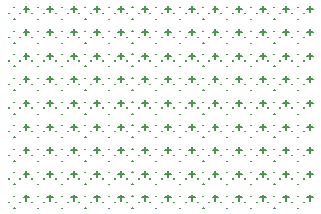
<source format=gto>
G04 #@! TF.GenerationSoftware,KiCad,Pcbnew,9.0.1-9.0.1-0~ubuntu24.04.1*
G04 #@! TF.CreationDate,2025-04-23T13:35:14+02:00*
G04 #@! TF.ProjectId,ILM139C,494c4d31-3339-4432-9e6b-696361645f70,rev?*
G04 #@! TF.SameCoordinates,Original*
G04 #@! TF.FileFunction,Legend,Top*
G04 #@! TF.FilePolarity,Positive*
%FSLAX46Y46*%
G04 Gerber Fmt 4.6, Leading zero omitted, Abs format (unit mm)*
G04 Created by KiCad (PCBNEW 9.0.1-9.0.1-0~ubuntu24.04.1) date 2025-04-23 13:35:14*
%MOMM*%
%LPD*%
G01*
G04 APERTURE LIST*
%ADD10C,0.150000*%
G04 APERTURE END LIST*
D10*
X98690500Y-58170500D02*
X98690500Y-58210500D01*
X99180500Y-58690500D02*
X99210500Y-58690500D01*
X99190500Y-57680500D02*
X99180500Y-57680500D01*
X99700500Y-58210500D02*
X99700500Y-58170500D01*
X99960500Y-57800500D02*
X100460500Y-57800500D01*
X100210500Y-57550500D02*
X100210500Y-58060500D01*
X102690500Y-52170500D02*
X102690500Y-52210500D01*
X103180500Y-52690500D02*
X103210500Y-52690500D01*
X103190500Y-51680500D02*
X103180500Y-51680500D01*
X103700500Y-52210500D02*
X103700500Y-52170500D01*
X103960500Y-51800500D02*
X104460500Y-51800500D01*
X104210500Y-51550500D02*
X104210500Y-52060500D01*
X100690500Y-62170500D02*
X100690500Y-62210500D01*
X101180500Y-62690500D02*
X101210500Y-62690500D01*
X101190500Y-61680500D02*
X101180500Y-61680500D01*
X101700500Y-62210500D02*
X101700500Y-62170500D01*
X101960500Y-61800500D02*
X102460500Y-61800500D01*
X102210500Y-61550500D02*
X102210500Y-62060500D01*
X92690500Y-62170500D02*
X92690500Y-62210500D01*
X93180500Y-62690500D02*
X93210500Y-62690500D01*
X93190500Y-61680500D02*
X93180500Y-61680500D01*
X93700500Y-62210500D02*
X93700500Y-62170500D01*
X93960500Y-61800500D02*
X94460500Y-61800500D01*
X94210500Y-61550500D02*
X94210500Y-62060500D01*
X94690500Y-62170500D02*
X94690500Y-62210500D01*
X95180500Y-62690500D02*
X95210500Y-62690500D01*
X95190500Y-61680500D02*
X95180500Y-61680500D01*
X95700500Y-62210500D02*
X95700500Y-62170500D01*
X95960500Y-61800500D02*
X96460500Y-61800500D01*
X96210500Y-61550500D02*
X96210500Y-62060500D01*
X108690500Y-66170500D02*
X108690500Y-66210500D01*
X109180500Y-66690500D02*
X109210500Y-66690500D01*
X109190500Y-65680500D02*
X109180500Y-65680500D01*
X109700500Y-66210500D02*
X109700500Y-66170500D01*
X109960500Y-65800500D02*
X110460500Y-65800500D01*
X110210500Y-65550500D02*
X110210500Y-66060500D01*
X96690500Y-68170500D02*
X96690500Y-68210500D01*
X97180500Y-68690500D02*
X97210500Y-68690500D01*
X97190500Y-67680500D02*
X97180500Y-67680500D01*
X97700500Y-68210500D02*
X97700500Y-68170500D01*
X97960500Y-67800500D02*
X98460500Y-67800500D01*
X98210500Y-67550500D02*
X98210500Y-68060500D01*
X108690500Y-68170500D02*
X108690500Y-68210500D01*
X109180500Y-68690500D02*
X109210500Y-68690500D01*
X109190500Y-67680500D02*
X109180500Y-67680500D01*
X109700500Y-68210500D02*
X109700500Y-68170500D01*
X109960500Y-67800500D02*
X110460500Y-67800500D01*
X110210500Y-67550500D02*
X110210500Y-68060500D01*
X106690500Y-52170500D02*
X106690500Y-52210500D01*
X107180500Y-52690500D02*
X107210500Y-52690500D01*
X107190500Y-51680500D02*
X107180500Y-51680500D01*
X107700500Y-52210500D02*
X107700500Y-52170500D01*
X107960500Y-51800500D02*
X108460500Y-51800500D01*
X108210500Y-51550500D02*
X108210500Y-52060500D01*
X98690500Y-54170500D02*
X98690500Y-54210500D01*
X99180500Y-54690500D02*
X99210500Y-54690500D01*
X99190500Y-53680500D02*
X99180500Y-53680500D01*
X99700500Y-54210500D02*
X99700500Y-54170500D01*
X99960500Y-53800500D02*
X100460500Y-53800500D01*
X100210500Y-53550500D02*
X100210500Y-54060500D01*
X100690500Y-58170500D02*
X100690500Y-58210500D01*
X101180500Y-58690500D02*
X101210500Y-58690500D01*
X101190500Y-57680500D02*
X101180500Y-57680500D01*
X101700500Y-58210500D02*
X101700500Y-58170500D01*
X101960500Y-57800500D02*
X102460500Y-57800500D01*
X102210500Y-57550500D02*
X102210500Y-58060500D01*
X104690500Y-56170500D02*
X104690500Y-56210500D01*
X105180500Y-56690500D02*
X105210500Y-56690500D01*
X105190500Y-55680500D02*
X105180500Y-55680500D01*
X105700500Y-56210500D02*
X105700500Y-56170500D01*
X105960500Y-55800500D02*
X106460500Y-55800500D01*
X106210500Y-55550500D02*
X106210500Y-56060500D01*
X102690500Y-64170500D02*
X102690500Y-64210500D01*
X103180500Y-64690500D02*
X103210500Y-64690500D01*
X103190500Y-63680500D02*
X103180500Y-63680500D01*
X103700500Y-64210500D02*
X103700500Y-64170500D01*
X103960500Y-63800500D02*
X104460500Y-63800500D01*
X104210500Y-63550500D02*
X104210500Y-64060500D01*
X108690500Y-64170500D02*
X108690500Y-64210500D01*
X109180500Y-64690500D02*
X109210500Y-64690500D01*
X109190500Y-63680500D02*
X109180500Y-63680500D01*
X109700500Y-64210500D02*
X109700500Y-64170500D01*
X109960500Y-63800500D02*
X110460500Y-63800500D01*
X110210500Y-63550500D02*
X110210500Y-64060500D01*
X90690500Y-52170500D02*
X90690500Y-52210500D01*
X91180500Y-52690500D02*
X91210500Y-52690500D01*
X91190500Y-51680500D02*
X91180500Y-51680500D01*
X91700500Y-52210500D02*
X91700500Y-52170500D01*
X91960500Y-51800500D02*
X92460500Y-51800500D01*
X92210500Y-51550500D02*
X92210500Y-52060500D01*
X106690500Y-58170500D02*
X106690500Y-58210500D01*
X107180500Y-58690500D02*
X107210500Y-58690500D01*
X107190500Y-57680500D02*
X107180500Y-57680500D01*
X107700500Y-58210500D02*
X107700500Y-58170500D01*
X107960500Y-57800500D02*
X108460500Y-57800500D01*
X108210500Y-57550500D02*
X108210500Y-58060500D01*
X104690500Y-68170500D02*
X104690500Y-68210500D01*
X105180500Y-68690500D02*
X105210500Y-68690500D01*
X105190500Y-67680500D02*
X105180500Y-67680500D01*
X105700500Y-68210500D02*
X105700500Y-68170500D01*
X105960500Y-67800500D02*
X106460500Y-67800500D01*
X106210500Y-67550500D02*
X106210500Y-68060500D01*
X92690500Y-66170500D02*
X92690500Y-66210500D01*
X93180500Y-66690500D02*
X93210500Y-66690500D01*
X93190500Y-65680500D02*
X93180500Y-65680500D01*
X93700500Y-66210500D02*
X93700500Y-66170500D01*
X93960500Y-65800500D02*
X94460500Y-65800500D01*
X94210500Y-65550500D02*
X94210500Y-66060500D01*
X110690500Y-62170500D02*
X110690500Y-62210500D01*
X111180500Y-62690500D02*
X111210500Y-62690500D01*
X111190500Y-61680500D02*
X111180500Y-61680500D01*
X111700500Y-62210500D02*
X111700500Y-62170500D01*
X111960500Y-61800500D02*
X112460500Y-61800500D01*
X112210500Y-61550500D02*
X112210500Y-62060500D01*
X96690500Y-58170500D02*
X96690500Y-58210500D01*
X97180500Y-58690500D02*
X97210500Y-58690500D01*
X97190500Y-57680500D02*
X97180500Y-57680500D01*
X97700500Y-58210500D02*
X97700500Y-58170500D01*
X97960500Y-57800500D02*
X98460500Y-57800500D01*
X98210500Y-57550500D02*
X98210500Y-58060500D01*
X112690500Y-58170500D02*
X112690500Y-58210500D01*
X113180500Y-58690500D02*
X113210500Y-58690500D01*
X113190500Y-57680500D02*
X113180500Y-57680500D01*
X113700500Y-58210500D02*
X113700500Y-58170500D01*
X113960500Y-57800500D02*
X114460500Y-57800500D01*
X114210500Y-57550500D02*
X114210500Y-58060500D01*
X112690500Y-66170500D02*
X112690500Y-66210500D01*
X113180500Y-66690500D02*
X113210500Y-66690500D01*
X113190500Y-65680500D02*
X113180500Y-65680500D01*
X113700500Y-66210500D02*
X113700500Y-66170500D01*
X113960500Y-65800500D02*
X114460500Y-65800500D01*
X114210500Y-65550500D02*
X114210500Y-66060500D01*
X98690500Y-66170500D02*
X98690500Y-66210500D01*
X99180500Y-66690500D02*
X99210500Y-66690500D01*
X99190500Y-65680500D02*
X99180500Y-65680500D01*
X99700500Y-66210500D02*
X99700500Y-66170500D01*
X99960500Y-65800500D02*
X100460500Y-65800500D01*
X100210500Y-65550500D02*
X100210500Y-66060500D01*
X102690500Y-66170500D02*
X102690500Y-66210500D01*
X103180500Y-66690500D02*
X103210500Y-66690500D01*
X103190500Y-65680500D02*
X103180500Y-65680500D01*
X103700500Y-66210500D02*
X103700500Y-66170500D01*
X103960500Y-65800500D02*
X104460500Y-65800500D01*
X104210500Y-65550500D02*
X104210500Y-66060500D01*
X94690500Y-52170500D02*
X94690500Y-52210500D01*
X95180500Y-52690500D02*
X95210500Y-52690500D01*
X95190500Y-51680500D02*
X95180500Y-51680500D01*
X95700500Y-52210500D02*
X95700500Y-52170500D01*
X95960500Y-51800500D02*
X96460500Y-51800500D01*
X96210500Y-51550500D02*
X96210500Y-52060500D01*
X102690500Y-68170500D02*
X102690500Y-68210500D01*
X103180500Y-68690500D02*
X103210500Y-68690500D01*
X103190500Y-67680500D02*
X103180500Y-67680500D01*
X103700500Y-68210500D02*
X103700500Y-68170500D01*
X103960500Y-67800500D02*
X104460500Y-67800500D01*
X104210500Y-67550500D02*
X104210500Y-68060500D01*
X112690500Y-56170500D02*
X112690500Y-56210500D01*
X113180500Y-56690500D02*
X113210500Y-56690500D01*
X113190500Y-55680500D02*
X113180500Y-55680500D01*
X113700500Y-56210500D02*
X113700500Y-56170500D01*
X113960500Y-55800500D02*
X114460500Y-55800500D01*
X114210500Y-55550500D02*
X114210500Y-56060500D01*
X102690500Y-60170500D02*
X102690500Y-60210500D01*
X103180500Y-60690500D02*
X103210500Y-60690500D01*
X103190500Y-59680500D02*
X103180500Y-59680500D01*
X103700500Y-60210500D02*
X103700500Y-60170500D01*
X103960500Y-59800500D02*
X104460500Y-59800500D01*
X104210500Y-59550500D02*
X104210500Y-60060500D01*
X100690500Y-52170500D02*
X100690500Y-52210500D01*
X101180500Y-52690500D02*
X101210500Y-52690500D01*
X101190500Y-51680500D02*
X101180500Y-51680500D01*
X101700500Y-52210500D02*
X101700500Y-52170500D01*
X101960500Y-51800500D02*
X102460500Y-51800500D01*
X102210500Y-51550500D02*
X102210500Y-52060500D01*
X108690500Y-58170500D02*
X108690500Y-58210500D01*
X109180500Y-58690500D02*
X109210500Y-58690500D01*
X109190500Y-57680500D02*
X109180500Y-57680500D01*
X109700500Y-58210500D02*
X109700500Y-58170500D01*
X109960500Y-57800500D02*
X110460500Y-57800500D01*
X110210500Y-57550500D02*
X110210500Y-58060500D01*
X96690500Y-54170500D02*
X96690500Y-54210500D01*
X97180500Y-54690500D02*
X97210500Y-54690500D01*
X97190500Y-53680500D02*
X97180500Y-53680500D01*
X97700500Y-54210500D02*
X97700500Y-54170500D01*
X97960500Y-53800500D02*
X98460500Y-53800500D01*
X98210500Y-53550500D02*
X98210500Y-54060500D01*
X114690500Y-56170500D02*
X114690500Y-56210500D01*
X115180500Y-56690500D02*
X115210500Y-56690500D01*
X115190500Y-55680500D02*
X115180500Y-55680500D01*
X115700500Y-56210500D02*
X115700500Y-56170500D01*
X115960500Y-55800500D02*
X116460500Y-55800500D01*
X116210500Y-55550500D02*
X116210500Y-56060500D01*
X90690500Y-56170500D02*
X90690500Y-56210500D01*
X91180500Y-56690500D02*
X91210500Y-56690500D01*
X91190500Y-55680500D02*
X91180500Y-55680500D01*
X91700500Y-56210500D02*
X91700500Y-56170500D01*
X91960500Y-55800500D02*
X92460500Y-55800500D01*
X92210500Y-55550500D02*
X92210500Y-56060500D01*
X106690500Y-60170500D02*
X106690500Y-60210500D01*
X107180500Y-60690500D02*
X107210500Y-60690500D01*
X107190500Y-59680500D02*
X107180500Y-59680500D01*
X107700500Y-60210500D02*
X107700500Y-60170500D01*
X107960500Y-59800500D02*
X108460500Y-59800500D01*
X108210500Y-59550500D02*
X108210500Y-60060500D01*
X112690500Y-60170500D02*
X112690500Y-60210500D01*
X113180500Y-60690500D02*
X113210500Y-60690500D01*
X113190500Y-59680500D02*
X113180500Y-59680500D01*
X113700500Y-60210500D02*
X113700500Y-60170500D01*
X113960500Y-59800500D02*
X114460500Y-59800500D01*
X114210500Y-59550500D02*
X114210500Y-60060500D01*
X114690500Y-68170500D02*
X114690500Y-68210500D01*
X115180500Y-68690500D02*
X115210500Y-68690500D01*
X115190500Y-67680500D02*
X115180500Y-67680500D01*
X115700500Y-68210500D02*
X115700500Y-68170500D01*
X115960500Y-67800500D02*
X116460500Y-67800500D01*
X116210500Y-67550500D02*
X116210500Y-68060500D01*
X104690500Y-60170500D02*
X104690500Y-60210500D01*
X105180500Y-60690500D02*
X105210500Y-60690500D01*
X105190500Y-59680500D02*
X105180500Y-59680500D01*
X105700500Y-60210500D02*
X105700500Y-60170500D01*
X105960500Y-59800500D02*
X106460500Y-59800500D01*
X106210500Y-59550500D02*
X106210500Y-60060500D01*
X100690500Y-60170500D02*
X100690500Y-60210500D01*
X101180500Y-60690500D02*
X101210500Y-60690500D01*
X101190500Y-59680500D02*
X101180500Y-59680500D01*
X101700500Y-60210500D02*
X101700500Y-60170500D01*
X101960500Y-59800500D02*
X102460500Y-59800500D01*
X102210500Y-59550500D02*
X102210500Y-60060500D01*
X102690500Y-62170500D02*
X102690500Y-62210500D01*
X103180500Y-62690500D02*
X103210500Y-62690500D01*
X103190500Y-61680500D02*
X103180500Y-61680500D01*
X103700500Y-62210500D02*
X103700500Y-62170500D01*
X103960500Y-61800500D02*
X104460500Y-61800500D01*
X104210500Y-61550500D02*
X104210500Y-62060500D01*
X106690500Y-64170500D02*
X106690500Y-64210500D01*
X107180500Y-64690500D02*
X107210500Y-64690500D01*
X107190500Y-63680500D02*
X107180500Y-63680500D01*
X107700500Y-64210500D02*
X107700500Y-64170500D01*
X107960500Y-63800500D02*
X108460500Y-63800500D01*
X108210500Y-63550500D02*
X108210500Y-64060500D01*
X114690500Y-62170500D02*
X114690500Y-62210500D01*
X115180500Y-62690500D02*
X115210500Y-62690500D01*
X115190500Y-61680500D02*
X115180500Y-61680500D01*
X115700500Y-62210500D02*
X115700500Y-62170500D01*
X115960500Y-61800500D02*
X116460500Y-61800500D01*
X116210500Y-61550500D02*
X116210500Y-62060500D01*
X112690500Y-62170500D02*
X112690500Y-62210500D01*
X113180500Y-62690500D02*
X113210500Y-62690500D01*
X113190500Y-61680500D02*
X113180500Y-61680500D01*
X113700500Y-62210500D02*
X113700500Y-62170500D01*
X113960500Y-61800500D02*
X114460500Y-61800500D01*
X114210500Y-61550500D02*
X114210500Y-62060500D01*
X102690500Y-56170500D02*
X102690500Y-56210500D01*
X103180500Y-56690500D02*
X103210500Y-56690500D01*
X103190500Y-55680500D02*
X103180500Y-55680500D01*
X103700500Y-56210500D02*
X103700500Y-56170500D01*
X103960500Y-55800500D02*
X104460500Y-55800500D01*
X104210500Y-55550500D02*
X104210500Y-56060500D01*
X110690500Y-56170500D02*
X110690500Y-56210500D01*
X111180500Y-56690500D02*
X111210500Y-56690500D01*
X111190500Y-55680500D02*
X111180500Y-55680500D01*
X111700500Y-56210500D02*
X111700500Y-56170500D01*
X111960500Y-55800500D02*
X112460500Y-55800500D01*
X112210500Y-55550500D02*
X112210500Y-56060500D01*
X106690500Y-56170500D02*
X106690500Y-56210500D01*
X107180500Y-56690500D02*
X107210500Y-56690500D01*
X107190500Y-55680500D02*
X107180500Y-55680500D01*
X107700500Y-56210500D02*
X107700500Y-56170500D01*
X107960500Y-55800500D02*
X108460500Y-55800500D01*
X108210500Y-55550500D02*
X108210500Y-56060500D01*
X114690500Y-54170500D02*
X114690500Y-54210500D01*
X115180500Y-54690500D02*
X115210500Y-54690500D01*
X115190500Y-53680500D02*
X115180500Y-53680500D01*
X115700500Y-54210500D02*
X115700500Y-54170500D01*
X115960500Y-53800500D02*
X116460500Y-53800500D01*
X116210500Y-53550500D02*
X116210500Y-54060500D01*
X92690500Y-64170500D02*
X92690500Y-64210500D01*
X93180500Y-64690500D02*
X93210500Y-64690500D01*
X93190500Y-63680500D02*
X93180500Y-63680500D01*
X93700500Y-64210500D02*
X93700500Y-64170500D01*
X93960500Y-63800500D02*
X94460500Y-63800500D01*
X94210500Y-63550500D02*
X94210500Y-64060500D01*
X110690500Y-54170500D02*
X110690500Y-54210500D01*
X111180500Y-54690500D02*
X111210500Y-54690500D01*
X111190500Y-53680500D02*
X111180500Y-53680500D01*
X111700500Y-54210500D02*
X111700500Y-54170500D01*
X111960500Y-53800500D02*
X112460500Y-53800500D01*
X112210500Y-53550500D02*
X112210500Y-54060500D01*
X108690500Y-56170500D02*
X108690500Y-56210500D01*
X109180500Y-56690500D02*
X109210500Y-56690500D01*
X109190500Y-55680500D02*
X109180500Y-55680500D01*
X109700500Y-56210500D02*
X109700500Y-56170500D01*
X109960500Y-55800500D02*
X110460500Y-55800500D01*
X110210500Y-55550500D02*
X110210500Y-56060500D01*
X110690500Y-60170500D02*
X110690500Y-60210500D01*
X111180500Y-60690500D02*
X111210500Y-60690500D01*
X111190500Y-59680500D02*
X111180500Y-59680500D01*
X111700500Y-60210500D02*
X111700500Y-60170500D01*
X111960500Y-59800500D02*
X112460500Y-59800500D01*
X112210500Y-59550500D02*
X112210500Y-60060500D01*
X100690500Y-64170500D02*
X100690500Y-64210500D01*
X101180500Y-64690500D02*
X101210500Y-64690500D01*
X101190500Y-63680500D02*
X101180500Y-63680500D01*
X101700500Y-64210500D02*
X101700500Y-64170500D01*
X101960500Y-63800500D02*
X102460500Y-63800500D01*
X102210500Y-63550500D02*
X102210500Y-64060500D01*
X90690500Y-54170500D02*
X90690500Y-54210500D01*
X91180500Y-54690500D02*
X91210500Y-54690500D01*
X91190500Y-53680500D02*
X91180500Y-53680500D01*
X91700500Y-54210500D02*
X91700500Y-54170500D01*
X91960500Y-53800500D02*
X92460500Y-53800500D01*
X92210500Y-53550500D02*
X92210500Y-54060500D01*
X98690500Y-62170500D02*
X98690500Y-62210500D01*
X99180500Y-62690500D02*
X99210500Y-62690500D01*
X99190500Y-61680500D02*
X99180500Y-61680500D01*
X99700500Y-62210500D02*
X99700500Y-62170500D01*
X99960500Y-61800500D02*
X100460500Y-61800500D01*
X100210500Y-61550500D02*
X100210500Y-62060500D01*
X90690500Y-66170500D02*
X90690500Y-66210500D01*
X91180500Y-66690500D02*
X91210500Y-66690500D01*
X91190500Y-65680500D02*
X91180500Y-65680500D01*
X91700500Y-66210500D02*
X91700500Y-66170500D01*
X91960500Y-65800500D02*
X92460500Y-65800500D01*
X92210500Y-65550500D02*
X92210500Y-66060500D01*
X94690500Y-54170500D02*
X94690500Y-54210500D01*
X95180500Y-54690500D02*
X95210500Y-54690500D01*
X95190500Y-53680500D02*
X95180500Y-53680500D01*
X95700500Y-54210500D02*
X95700500Y-54170500D01*
X95960500Y-53800500D02*
X96460500Y-53800500D01*
X96210500Y-53550500D02*
X96210500Y-54060500D01*
X104690500Y-64170500D02*
X104690500Y-64210500D01*
X105180500Y-64690500D02*
X105210500Y-64690500D01*
X105190500Y-63680500D02*
X105180500Y-63680500D01*
X105700500Y-64210500D02*
X105700500Y-64170500D01*
X105960500Y-63800500D02*
X106460500Y-63800500D01*
X106210500Y-63550500D02*
X106210500Y-64060500D01*
X108690500Y-62170500D02*
X108690500Y-62210500D01*
X109180500Y-62690500D02*
X109210500Y-62690500D01*
X109190500Y-61680500D02*
X109180500Y-61680500D01*
X109700500Y-62210500D02*
X109700500Y-62170500D01*
X109960500Y-61800500D02*
X110460500Y-61800500D01*
X110210500Y-61550500D02*
X110210500Y-62060500D01*
X104690500Y-62170500D02*
X104690500Y-62210500D01*
X105180500Y-62690500D02*
X105210500Y-62690500D01*
X105190500Y-61680500D02*
X105180500Y-61680500D01*
X105700500Y-62210500D02*
X105700500Y-62170500D01*
X105960500Y-61800500D02*
X106460500Y-61800500D01*
X106210500Y-61550500D02*
X106210500Y-62060500D01*
X98690500Y-56170500D02*
X98690500Y-56210500D01*
X99180500Y-56690500D02*
X99210500Y-56690500D01*
X99190500Y-55680500D02*
X99180500Y-55680500D01*
X99700500Y-56210500D02*
X99700500Y-56170500D01*
X99960500Y-55800500D02*
X100460500Y-55800500D01*
X100210500Y-55550500D02*
X100210500Y-56060500D01*
X94690500Y-64170500D02*
X94690500Y-64210500D01*
X95180500Y-64690500D02*
X95210500Y-64690500D01*
X95190500Y-63680500D02*
X95180500Y-63680500D01*
X95700500Y-64210500D02*
X95700500Y-64170500D01*
X95960500Y-63800500D02*
X96460500Y-63800500D01*
X96210500Y-63550500D02*
X96210500Y-64060500D01*
X114690500Y-66170500D02*
X114690500Y-66210500D01*
X115180500Y-66690500D02*
X115210500Y-66690500D01*
X115190500Y-65680500D02*
X115180500Y-65680500D01*
X115700500Y-66210500D02*
X115700500Y-66170500D01*
X115960500Y-65800500D02*
X116460500Y-65800500D01*
X116210500Y-65550500D02*
X116210500Y-66060500D01*
X114690500Y-64170500D02*
X114690500Y-64210500D01*
X115180500Y-64690500D02*
X115210500Y-64690500D01*
X115190500Y-63680500D02*
X115180500Y-63680500D01*
X115700500Y-64210500D02*
X115700500Y-64170500D01*
X115960500Y-63800500D02*
X116460500Y-63800500D01*
X116210500Y-63550500D02*
X116210500Y-64060500D01*
X106690500Y-62170500D02*
X106690500Y-62210500D01*
X107180500Y-62690500D02*
X107210500Y-62690500D01*
X107190500Y-61680500D02*
X107180500Y-61680500D01*
X107700500Y-62210500D02*
X107700500Y-62170500D01*
X107960500Y-61800500D02*
X108460500Y-61800500D01*
X108210500Y-61550500D02*
X108210500Y-62060500D01*
X106690500Y-54170500D02*
X106690500Y-54210500D01*
X107180500Y-54690500D02*
X107210500Y-54690500D01*
X107190500Y-53680500D02*
X107180500Y-53680500D01*
X107700500Y-54210500D02*
X107700500Y-54170500D01*
X107960500Y-53800500D02*
X108460500Y-53800500D01*
X108210500Y-53550500D02*
X108210500Y-54060500D01*
X100690500Y-54170500D02*
X100690500Y-54210500D01*
X101180500Y-54690500D02*
X101210500Y-54690500D01*
X101190500Y-53680500D02*
X101180500Y-53680500D01*
X101700500Y-54210500D02*
X101700500Y-54170500D01*
X101960500Y-53800500D02*
X102460500Y-53800500D01*
X102210500Y-53550500D02*
X102210500Y-54060500D01*
X98690500Y-52170500D02*
X98690500Y-52210500D01*
X99180500Y-52690500D02*
X99210500Y-52690500D01*
X99190500Y-51680500D02*
X99180500Y-51680500D01*
X99700500Y-52210500D02*
X99700500Y-52170500D01*
X99960500Y-51800500D02*
X100460500Y-51800500D01*
X100210500Y-51550500D02*
X100210500Y-52060500D01*
X100690500Y-66170500D02*
X100690500Y-66210500D01*
X101180500Y-66690500D02*
X101210500Y-66690500D01*
X101190500Y-65680500D02*
X101180500Y-65680500D01*
X101700500Y-66210500D02*
X101700500Y-66170500D01*
X101960500Y-65800500D02*
X102460500Y-65800500D01*
X102210500Y-65550500D02*
X102210500Y-66060500D01*
X110690500Y-64170500D02*
X110690500Y-64210500D01*
X111180500Y-64690500D02*
X111210500Y-64690500D01*
X111190500Y-63680500D02*
X111180500Y-63680500D01*
X111700500Y-64210500D02*
X111700500Y-64170500D01*
X111960500Y-63800500D02*
X112460500Y-63800500D01*
X112210500Y-63550500D02*
X112210500Y-64060500D01*
X98690500Y-68170500D02*
X98690500Y-68210500D01*
X99180500Y-68690500D02*
X99210500Y-68690500D01*
X99190500Y-67680500D02*
X99180500Y-67680500D01*
X99700500Y-68210500D02*
X99700500Y-68170500D01*
X99960500Y-67800500D02*
X100460500Y-67800500D01*
X100210500Y-67550500D02*
X100210500Y-68060500D01*
X100690500Y-68170500D02*
X100690500Y-68210500D01*
X101180500Y-68690500D02*
X101210500Y-68690500D01*
X101190500Y-67680500D02*
X101180500Y-67680500D01*
X101700500Y-68210500D02*
X101700500Y-68170500D01*
X101960500Y-67800500D02*
X102460500Y-67800500D01*
X102210500Y-67550500D02*
X102210500Y-68060500D01*
X114690500Y-60170500D02*
X114690500Y-60210500D01*
X115180500Y-60690500D02*
X115210500Y-60690500D01*
X115190500Y-59680500D02*
X115180500Y-59680500D01*
X115700500Y-60210500D02*
X115700500Y-60170500D01*
X115960500Y-59800500D02*
X116460500Y-59800500D01*
X116210500Y-59550500D02*
X116210500Y-60060500D01*
X90690500Y-64170500D02*
X90690500Y-64210500D01*
X91180500Y-64690500D02*
X91210500Y-64690500D01*
X91190500Y-63680500D02*
X91180500Y-63680500D01*
X91700500Y-64210500D02*
X91700500Y-64170500D01*
X91960500Y-63800500D02*
X92460500Y-63800500D01*
X92210500Y-63550500D02*
X92210500Y-64060500D01*
X100690500Y-56170500D02*
X100690500Y-56210500D01*
X101180500Y-56690500D02*
X101210500Y-56690500D01*
X101190500Y-55680500D02*
X101180500Y-55680500D01*
X101700500Y-56210500D02*
X101700500Y-56170500D01*
X101960500Y-55800500D02*
X102460500Y-55800500D01*
X102210500Y-55550500D02*
X102210500Y-56060500D01*
X114690500Y-52170500D02*
X114690500Y-52210500D01*
X115180500Y-52690500D02*
X115210500Y-52690500D01*
X115190500Y-51680500D02*
X115180500Y-51680500D01*
X115700500Y-52210500D02*
X115700500Y-52170500D01*
X115960500Y-51800500D02*
X116460500Y-51800500D01*
X116210500Y-51550500D02*
X116210500Y-52060500D01*
X110690500Y-66170500D02*
X110690500Y-66210500D01*
X111180500Y-66690500D02*
X111210500Y-66690500D01*
X111190500Y-65680500D02*
X111180500Y-65680500D01*
X111700500Y-66210500D02*
X111700500Y-66170500D01*
X111960500Y-65800500D02*
X112460500Y-65800500D01*
X112210500Y-65550500D02*
X112210500Y-66060500D01*
X92690500Y-52170500D02*
X92690500Y-52210500D01*
X93180500Y-52690500D02*
X93210500Y-52690500D01*
X93190500Y-51680500D02*
X93180500Y-51680500D01*
X93700500Y-52210500D02*
X93700500Y-52170500D01*
X93960500Y-51800500D02*
X94460500Y-51800500D01*
X94210500Y-51550500D02*
X94210500Y-52060500D01*
X94690500Y-60170500D02*
X94690500Y-60210500D01*
X95180500Y-60690500D02*
X95210500Y-60690500D01*
X95190500Y-59680500D02*
X95180500Y-59680500D01*
X95700500Y-60210500D02*
X95700500Y-60170500D01*
X95960500Y-59800500D02*
X96460500Y-59800500D01*
X96210500Y-59550500D02*
X96210500Y-60060500D01*
X106690500Y-68170500D02*
X106690500Y-68210500D01*
X107180500Y-68690500D02*
X107210500Y-68690500D01*
X107190500Y-67680500D02*
X107180500Y-67680500D01*
X107700500Y-68210500D02*
X107700500Y-68170500D01*
X107960500Y-67800500D02*
X108460500Y-67800500D01*
X108210500Y-67550500D02*
X108210500Y-68060500D01*
X110690500Y-58170500D02*
X110690500Y-58210500D01*
X111180500Y-58690500D02*
X111210500Y-58690500D01*
X111190500Y-57680500D02*
X111180500Y-57680500D01*
X111700500Y-58210500D02*
X111700500Y-58170500D01*
X111960500Y-57800500D02*
X112460500Y-57800500D01*
X112210500Y-57550500D02*
X112210500Y-58060500D01*
X94690500Y-68170500D02*
X94690500Y-68210500D01*
X95180500Y-68690500D02*
X95210500Y-68690500D01*
X95190500Y-67680500D02*
X95180500Y-67680500D01*
X95700500Y-68210500D02*
X95700500Y-68170500D01*
X95960500Y-67800500D02*
X96460500Y-67800500D01*
X96210500Y-67550500D02*
X96210500Y-68060500D01*
X104690500Y-66170500D02*
X104690500Y-66210500D01*
X105180500Y-66690500D02*
X105210500Y-66690500D01*
X105190500Y-65680500D02*
X105180500Y-65680500D01*
X105700500Y-66210500D02*
X105700500Y-66170500D01*
X105960500Y-65800500D02*
X106460500Y-65800500D01*
X106210500Y-65550500D02*
X106210500Y-66060500D01*
X94690500Y-56170500D02*
X94690500Y-56210500D01*
X95180500Y-56690500D02*
X95210500Y-56690500D01*
X95190500Y-55680500D02*
X95180500Y-55680500D01*
X95700500Y-56210500D02*
X95700500Y-56170500D01*
X95960500Y-55800500D02*
X96460500Y-55800500D01*
X96210500Y-55550500D02*
X96210500Y-56060500D01*
X112690500Y-54170500D02*
X112690500Y-54210500D01*
X113180500Y-54690500D02*
X113210500Y-54690500D01*
X113190500Y-53680500D02*
X113180500Y-53680500D01*
X113700500Y-54210500D02*
X113700500Y-54170500D01*
X113960500Y-53800500D02*
X114460500Y-53800500D01*
X114210500Y-53550500D02*
X114210500Y-54060500D01*
X110690500Y-68170500D02*
X110690500Y-68210500D01*
X111180500Y-68690500D02*
X111210500Y-68690500D01*
X111190500Y-67680500D02*
X111180500Y-67680500D01*
X111700500Y-68210500D02*
X111700500Y-68170500D01*
X111960500Y-67800500D02*
X112460500Y-67800500D01*
X112210500Y-67550500D02*
X112210500Y-68060500D01*
X90690500Y-60170500D02*
X90690500Y-60210500D01*
X91180500Y-60690500D02*
X91210500Y-60690500D01*
X91190500Y-59680500D02*
X91180500Y-59680500D01*
X91700500Y-60210500D02*
X91700500Y-60170500D01*
X91960500Y-59800500D02*
X92460500Y-59800500D01*
X92210500Y-59550500D02*
X92210500Y-60060500D01*
X104690500Y-52170500D02*
X104690500Y-52210500D01*
X105180500Y-52690500D02*
X105210500Y-52690500D01*
X105190500Y-51680500D02*
X105180500Y-51680500D01*
X105700500Y-52210500D02*
X105700500Y-52170500D01*
X105960500Y-51800500D02*
X106460500Y-51800500D01*
X106210500Y-51550500D02*
X106210500Y-52060500D01*
X104690500Y-58170500D02*
X104690500Y-58210500D01*
X105180500Y-58690500D02*
X105210500Y-58690500D01*
X105190500Y-57680500D02*
X105180500Y-57680500D01*
X105700500Y-58210500D02*
X105700500Y-58170500D01*
X105960500Y-57800500D02*
X106460500Y-57800500D01*
X106210500Y-57550500D02*
X106210500Y-58060500D01*
X90690500Y-68170500D02*
X90690500Y-68210500D01*
X91180500Y-68690500D02*
X91210500Y-68690500D01*
X91190500Y-67680500D02*
X91180500Y-67680500D01*
X91700500Y-68210500D02*
X91700500Y-68170500D01*
X91960500Y-67800500D02*
X92460500Y-67800500D01*
X92210500Y-67550500D02*
X92210500Y-68060500D01*
X110690500Y-52170500D02*
X110690500Y-52210500D01*
X111180500Y-52690500D02*
X111210500Y-52690500D01*
X111190500Y-51680500D02*
X111180500Y-51680500D01*
X111700500Y-52210500D02*
X111700500Y-52170500D01*
X111960500Y-51800500D02*
X112460500Y-51800500D01*
X112210500Y-51550500D02*
X112210500Y-52060500D01*
X108690500Y-54170500D02*
X108690500Y-54210500D01*
X109180500Y-54690500D02*
X109210500Y-54690500D01*
X109190500Y-53680500D02*
X109180500Y-53680500D01*
X109700500Y-54210500D02*
X109700500Y-54170500D01*
X109960500Y-53800500D02*
X110460500Y-53800500D01*
X110210500Y-53550500D02*
X110210500Y-54060500D01*
X98690500Y-60170500D02*
X98690500Y-60210500D01*
X99180500Y-60690500D02*
X99210500Y-60690500D01*
X99190500Y-59680500D02*
X99180500Y-59680500D01*
X99700500Y-60210500D02*
X99700500Y-60170500D01*
X99960500Y-59800500D02*
X100460500Y-59800500D01*
X100210500Y-59550500D02*
X100210500Y-60060500D01*
X96690500Y-52170500D02*
X96690500Y-52210500D01*
X97180500Y-52690500D02*
X97210500Y-52690500D01*
X97190500Y-51680500D02*
X97180500Y-51680500D01*
X97700500Y-52210500D02*
X97700500Y-52170500D01*
X97960500Y-51800500D02*
X98460500Y-51800500D01*
X98210500Y-51550500D02*
X98210500Y-52060500D01*
X108690500Y-52170500D02*
X108690500Y-52210500D01*
X109180500Y-52690500D02*
X109210500Y-52690500D01*
X109190500Y-51680500D02*
X109180500Y-51680500D01*
X109700500Y-52210500D02*
X109700500Y-52170500D01*
X109960500Y-51800500D02*
X110460500Y-51800500D01*
X110210500Y-51550500D02*
X110210500Y-52060500D01*
X94690500Y-66170500D02*
X94690500Y-66210500D01*
X95180500Y-66690500D02*
X95210500Y-66690500D01*
X95190500Y-65680500D02*
X95180500Y-65680500D01*
X95700500Y-66210500D02*
X95700500Y-66170500D01*
X95960500Y-65800500D02*
X96460500Y-65800500D01*
X96210500Y-65550500D02*
X96210500Y-66060500D01*
X94690500Y-58170500D02*
X94690500Y-58210500D01*
X95180500Y-58690500D02*
X95210500Y-58690500D01*
X95190500Y-57680500D02*
X95180500Y-57680500D01*
X95700500Y-58210500D02*
X95700500Y-58170500D01*
X95960500Y-57800500D02*
X96460500Y-57800500D01*
X96210500Y-57550500D02*
X96210500Y-58060500D01*
X96690500Y-56170500D02*
X96690500Y-56210500D01*
X97180500Y-56690500D02*
X97210500Y-56690500D01*
X97190500Y-55680500D02*
X97180500Y-55680500D01*
X97700500Y-56210500D02*
X97700500Y-56170500D01*
X97960500Y-55800500D02*
X98460500Y-55800500D01*
X98210500Y-55550500D02*
X98210500Y-56060500D01*
X102690500Y-58170500D02*
X102690500Y-58210500D01*
X103180500Y-58690500D02*
X103210500Y-58690500D01*
X103190500Y-57680500D02*
X103180500Y-57680500D01*
X103700500Y-58210500D02*
X103700500Y-58170500D01*
X103960500Y-57800500D02*
X104460500Y-57800500D01*
X104210500Y-57550500D02*
X104210500Y-58060500D01*
X92690500Y-54170500D02*
X92690500Y-54210500D01*
X93180500Y-54690500D02*
X93210500Y-54690500D01*
X93190500Y-53680500D02*
X93180500Y-53680500D01*
X93700500Y-54210500D02*
X93700500Y-54170500D01*
X93960500Y-53800500D02*
X94460500Y-53800500D01*
X94210500Y-53550500D02*
X94210500Y-54060500D01*
X90690500Y-62170500D02*
X90690500Y-62210500D01*
X91180500Y-62690500D02*
X91210500Y-62690500D01*
X91190500Y-61680500D02*
X91180500Y-61680500D01*
X91700500Y-62210500D02*
X91700500Y-62170500D01*
X91960500Y-61800500D02*
X92460500Y-61800500D01*
X92210500Y-61550500D02*
X92210500Y-62060500D01*
X102690500Y-54170500D02*
X102690500Y-54210500D01*
X103180500Y-54690500D02*
X103210500Y-54690500D01*
X103190500Y-53680500D02*
X103180500Y-53680500D01*
X103700500Y-54210500D02*
X103700500Y-54170500D01*
X103960500Y-53800500D02*
X104460500Y-53800500D01*
X104210500Y-53550500D02*
X104210500Y-54060500D01*
X114690500Y-58170500D02*
X114690500Y-58210500D01*
X115180500Y-58690500D02*
X115210500Y-58690500D01*
X115190500Y-57680500D02*
X115180500Y-57680500D01*
X115700500Y-58210500D02*
X115700500Y-58170500D01*
X115960500Y-57800500D02*
X116460500Y-57800500D01*
X116210500Y-57550500D02*
X116210500Y-58060500D01*
X108690500Y-60170500D02*
X108690500Y-60210500D01*
X109180500Y-60690500D02*
X109210500Y-60690500D01*
X109190500Y-59680500D02*
X109180500Y-59680500D01*
X109700500Y-60210500D02*
X109700500Y-60170500D01*
X109960500Y-59800500D02*
X110460500Y-59800500D01*
X110210500Y-59550500D02*
X110210500Y-60060500D01*
X112690500Y-64170500D02*
X112690500Y-64210500D01*
X113180500Y-64690500D02*
X113210500Y-64690500D01*
X113190500Y-63680500D02*
X113180500Y-63680500D01*
X113700500Y-64210500D02*
X113700500Y-64170500D01*
X113960500Y-63800500D02*
X114460500Y-63800500D01*
X114210500Y-63550500D02*
X114210500Y-64060500D01*
X98690500Y-64170500D02*
X98690500Y-64210500D01*
X99180500Y-64690500D02*
X99210500Y-64690500D01*
X99190500Y-63680500D02*
X99180500Y-63680500D01*
X99700500Y-64210500D02*
X99700500Y-64170500D01*
X99960500Y-63800500D02*
X100460500Y-63800500D01*
X100210500Y-63550500D02*
X100210500Y-64060500D01*
X92690500Y-60170500D02*
X92690500Y-60210500D01*
X93180500Y-60690500D02*
X93210500Y-60690500D01*
X93190500Y-59680500D02*
X93180500Y-59680500D01*
X93700500Y-60210500D02*
X93700500Y-60170500D01*
X93960500Y-59800500D02*
X94460500Y-59800500D01*
X94210500Y-59550500D02*
X94210500Y-60060500D01*
X96690500Y-60170500D02*
X96690500Y-60210500D01*
X97180500Y-60690500D02*
X97210500Y-60690500D01*
X97190500Y-59680500D02*
X97180500Y-59680500D01*
X97700500Y-60210500D02*
X97700500Y-60170500D01*
X97960500Y-59800500D02*
X98460500Y-59800500D01*
X98210500Y-59550500D02*
X98210500Y-60060500D01*
X106690500Y-66170500D02*
X106690500Y-66210500D01*
X107180500Y-66690500D02*
X107210500Y-66690500D01*
X107190500Y-65680500D02*
X107180500Y-65680500D01*
X107700500Y-66210500D02*
X107700500Y-66170500D01*
X107960500Y-65800500D02*
X108460500Y-65800500D01*
X108210500Y-65550500D02*
X108210500Y-66060500D01*
X96690500Y-66170500D02*
X96690500Y-66210500D01*
X97180500Y-66690500D02*
X97210500Y-66690500D01*
X97190500Y-65680500D02*
X97180500Y-65680500D01*
X97700500Y-66210500D02*
X97700500Y-66170500D01*
X97960500Y-65800500D02*
X98460500Y-65800500D01*
X98210500Y-65550500D02*
X98210500Y-66060500D01*
X96690500Y-64170500D02*
X96690500Y-64210500D01*
X97180500Y-64690500D02*
X97210500Y-64690500D01*
X97190500Y-63680500D02*
X97180500Y-63680500D01*
X97700500Y-64210500D02*
X97700500Y-64170500D01*
X97960500Y-63800500D02*
X98460500Y-63800500D01*
X98210500Y-63550500D02*
X98210500Y-64060500D01*
X104690500Y-54170500D02*
X104690500Y-54210500D01*
X105180500Y-54690500D02*
X105210500Y-54690500D01*
X105190500Y-53680500D02*
X105180500Y-53680500D01*
X105700500Y-54210500D02*
X105700500Y-54170500D01*
X105960500Y-53800500D02*
X106460500Y-53800500D01*
X106210500Y-53550500D02*
X106210500Y-54060500D01*
X112690500Y-52170500D02*
X112690500Y-52210500D01*
X113180500Y-52690500D02*
X113210500Y-52690500D01*
X113190500Y-51680500D02*
X113180500Y-51680500D01*
X113700500Y-52210500D02*
X113700500Y-52170500D01*
X113960500Y-51800500D02*
X114460500Y-51800500D01*
X114210500Y-51550500D02*
X114210500Y-52060500D01*
X92690500Y-56170500D02*
X92690500Y-56210500D01*
X93180500Y-56690500D02*
X93210500Y-56690500D01*
X93190500Y-55680500D02*
X93180500Y-55680500D01*
X93700500Y-56210500D02*
X93700500Y-56170500D01*
X93960500Y-55800500D02*
X94460500Y-55800500D01*
X94210500Y-55550500D02*
X94210500Y-56060500D01*
X96690500Y-62170500D02*
X96690500Y-62210500D01*
X97180500Y-62690500D02*
X97210500Y-62690500D01*
X97190500Y-61680500D02*
X97180500Y-61680500D01*
X97700500Y-62210500D02*
X97700500Y-62170500D01*
X97960500Y-61800500D02*
X98460500Y-61800500D01*
X98210500Y-61550500D02*
X98210500Y-62060500D01*
X112690500Y-68170500D02*
X112690500Y-68210500D01*
X113180500Y-68690500D02*
X113210500Y-68690500D01*
X113190500Y-67680500D02*
X113180500Y-67680500D01*
X113700500Y-68210500D02*
X113700500Y-68170500D01*
X113960500Y-67800500D02*
X114460500Y-67800500D01*
X114210500Y-67550500D02*
X114210500Y-68060500D01*
X90690500Y-58170500D02*
X90690500Y-58210500D01*
X91180500Y-58690500D02*
X91210500Y-58690500D01*
X91190500Y-57680500D02*
X91180500Y-57680500D01*
X91700500Y-58210500D02*
X91700500Y-58170500D01*
X91960500Y-57800500D02*
X92460500Y-57800500D01*
X92210500Y-57550500D02*
X92210500Y-58060500D01*
X92690500Y-68170500D02*
X92690500Y-68210500D01*
X93180500Y-68690500D02*
X93210500Y-68690500D01*
X93190500Y-67680500D02*
X93180500Y-67680500D01*
X93700500Y-68210500D02*
X93700500Y-68170500D01*
X93960500Y-67800500D02*
X94460500Y-67800500D01*
X94210500Y-67550500D02*
X94210500Y-68060500D01*
X92690500Y-58170500D02*
X92690500Y-58210500D01*
X93180500Y-58690500D02*
X93210500Y-58690500D01*
X93190500Y-57680500D02*
X93180500Y-57680500D01*
X93700500Y-58210500D02*
X93700500Y-58170500D01*
X93960500Y-57800500D02*
X94460500Y-57800500D01*
X94210500Y-57550500D02*
X94210500Y-58060500D01*
M02*

</source>
